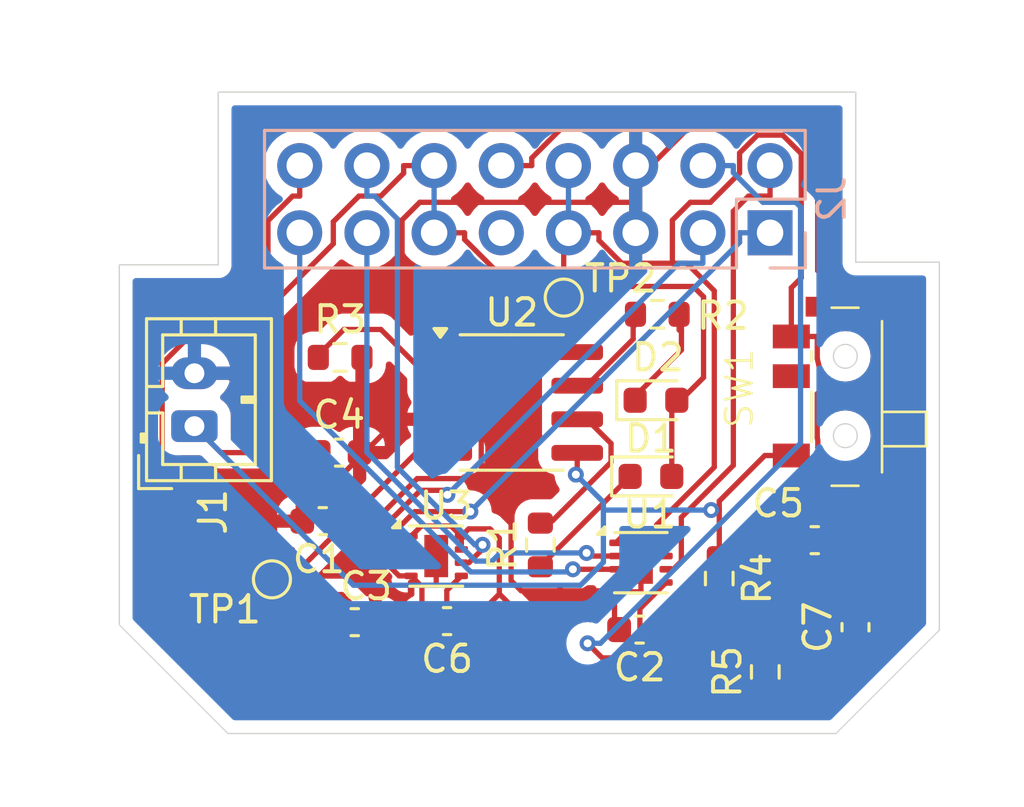
<source format=kicad_pcb>
(kicad_pcb (version 20240108) (generator "pcbnew") (generator_version "8.0")
  (layers (0 "F.Cu" signal) (31 "B.Cu" signal) (34 "B.Paste" user) (35 "F.Paste" user) (36 "B.SilkS" user "B.Silkscreen") (37 "F.SilkS" user "F.Silkscreen") (38 "B.Mask" user) (39 "F.Mask" user) (44 "Edge.Cuts" user))
  (net 0 "")
  (net 1 "+5V")
  (net 2 "GND")
  (net 3 "BATT")
  (net 4 "B+")
  (net 5 "BATT_ADC")
  (net 6 "Net-(D1-K)")
  (net 7 "Net-(D2-K)")
  (net 8 "M2_B")
  (net 9 "M1_PWM1")
  (net 10 "M1_B")
  (net 11 "M1_PWM2")
  (net 12 "M2_PWM3")
  (net 13 "M2_PWM4")
  (net 14 "M1_A")
  (net 16 "M2_A")
  (net 17 "Net-(U2-~{STDBY})")
  (net 18 "Net-(U2-~{CHRG})")
  (net 19 "Net-(U2-PROG)")
  (footprint "Capacitor_SMD:C_0603_1608Metric" (layer "F.Cu") (at 151.83 72.05)
    (property "Reference" "C3" (at 0.43 -1.36 0) (layer "F.SilkS"))
    (property "Value" "100nF")
    (fp_line (start -0.14058 -0.51) (end 0.14058 -0.51) (stroke (width 0.12)) (layer "F.SilkS"))
    (fp_line (start -0.14058 0.51) (end 0.14058 0.51) (stroke (width 0.12)) (layer "F.SilkS"))
    (pad "1" smd roundrect (at -0.775 0) (size 0.9 0.95) (layers "F.Cu" "F.Paste" "F.Mask") (net 3 "BATT"))
    (pad "2" smd roundrect (at 0.775 0) (size 0.9 0.95) (layers "F.Cu" "F.Paste" "F.Mask") (net 2 "GND"))
  )
  (footprint "Resistor_SMD:R_0603_1608Metric" (layer "F.Cu") (at 158.8475 69.13 90)
    (property "Reference" "R1" (at 0 -1.43 90) (layer "F.SilkS"))
    (property "Value" "1k")
    (fp_line (start -0.237258 -0.5225) (end 0.237258 -0.5225) (stroke (width 0.12)) (layer "F.SilkS"))
    (fp_line (start -0.237258 0.5225) (end 0.237258 0.5225) (stroke (width 0.12)) (layer "F.SilkS"))
    (pad "1" smd roundrect (at -0.825 0 90) (size 0.8 0.95) (layers "F.Cu" "F.Paste" "F.Mask") (net 6 "Net-(D1-K)"))
    (pad "2" smd roundrect (at 0.825 0 90) (size 0.8 0.95) (layers "F.Cu" "F.Paste" "F.Mask") (net 17 "Net-(U2-~{STDBY})"))
  )
  (footprint "Capacitor_SMD:C_0603_1608Metric" (layer "F.Cu") (at 162.6 72.33 180)
    (property "Reference" "C2" (at 0 -1.43 180) (layer "F.SilkS"))
    (property "Value" "100nF")
    (fp_line (start -0.14058 0.51) (end 0.14058 0.51) (stroke (width 0.12)) (layer "F.SilkS"))
    (fp_line (start -0.14058 -0.51) (end 0.14058 -0.51) (stroke (width 0.12)) (layer "F.SilkS"))
    (pad "1" smd roundrect (at -0.775 0 180) (size 0.9 0.95) (layers "F.Cu" "F.Paste" "F.Mask") (net 3 "BATT"))
    (pad "2" smd roundrect (at 0.775 0 180) (size 0.9 0.95) (layers "F.Cu" "F.Paste" "F.Mask") (net 2 "GND"))
  )
  (footprint "Resistor_SMD:R_0603_1608Metric" (layer "F.Cu") (at 163.2675 60.41 180)
    (property "Reference" "R2" (at -2.4825 -0.06 180) (layer "F.SilkS"))
    (property "Value" "1k")
    (fp_line (start -0.237258 0.5225) (end 0.237258 0.5225) (stroke (width 0.12)) (layer "F.SilkS"))
    (fp_line (start -0.237258 -0.5225) (end 0.237258 -0.5225) (stroke (width 0.12)) (layer "F.SilkS"))
    (pad "1" smd roundrect (at -0.825 0 180) (size 0.8 0.95) (layers "F.Cu" "F.Paste" "F.Mask") (net 7 "Net-(D2-K)"))
    (pad "2" smd roundrect (at 0.825 0 180) (size 0.8 0.95) (layers "F.Cu" "F.Paste" "F.Mask") (net 18 "Net-(U2-~{CHRG})"))
  )
  (footprint "Capacitor_SMD:C_0603_1608Metric" (layer "F.Cu") (at 155.32 72.01 180)
    (property "Reference" "C6" (at 0 -1.43 180) (layer "F.SilkS"))
    (property "Value" "100nF")
    (fp_line (start -0.14058 0.51) (end 0.14058 0.51) (stroke (width 0.12)) (layer "F.SilkS"))
    (fp_line (start -0.14058 -0.51) (end 0.14058 -0.51) (stroke (width 0.12)) (layer "F.SilkS"))
    (pad "1" smd roundrect (at -0.775 0 180) (size 0.9 0.95) (layers "F.Cu" "F.Paste" "F.Mask") (net 3 "BATT"))
    (pad "2" smd roundrect (at 0.775 0 180) (size 0.9 0.95) (layers "F.Cu" "F.Paste" "F.Mask") (net 2 "GND"))
  )
  (footprint "Capacitor_SMD:C_0603_1608Metric" (layer "F.Cu") (at 150.62 68.23 180)
    (property "Reference" "C1" (at 0.15 -1.44 180) (layer "F.SilkS"))
    (property "Value" "10uF")
    (fp_line (start -0.14058 0.51) (end 0.14058 0.51) (stroke (width 0.12)) (layer "F.SilkS"))
    (fp_line (start -0.14058 -0.51) (end 0.14058 -0.51) (stroke (width 0.12)) (layer "F.SilkS"))
    (pad "1" smd roundrect (at -0.775 0 180) (size 0.9 0.95) (layers "F.Cu" "F.Paste" "F.Mask") (net 1 "+5V"))
    (pad "2" smd roundrect (at 0.775 0 180) (size 0.9 0.95) (layers "F.Cu" "F.Paste" "F.Mask") (net 2 "GND"))
  )
  (footprint "LED_SMD:LED_0603_1608Metric" (layer "F.Cu") (at 163.0275 66.54)
    (property "Reference" "D1" (at 0 -1.43 0) (layer "F.SilkS"))
    (property "Value" "WHITE")
    (fp_line (start -1.485 -0.735) (end -1.485 0.735) (stroke (width 0.12)) (layer "F.SilkS"))
    (fp_line (start -1.485 0.735) (end 0.8 0.735) (stroke (width 0.12)) (layer "F.SilkS"))
    (fp_line (start 0.8 -0.735) (end -1.485 -0.735) (stroke (width 0.12)) (layer "F.SilkS"))
    (pad "1" smd roundrect (at -0.7875 0) (size 0.875 0.95) (layers "F.Cu" "F.Paste" "F.Mask") (net 6 "Net-(D1-K)"))
    (pad "2" smd roundrect (at 0.7875 0) (size 0.875 0.95) (layers "F.Cu" "F.Paste" "F.Mask") (net 1 "+5V"))
  )
  (footprint "Capacitor_SMD:C_0603_1608Metric" (layer "F.Cu") (at 151.24 65.64)
    (property "Reference" "C4" (at 0 -1.43 0) (layer "F.SilkS"))
    (property "Value" "10uF")
    (fp_line (start -0.14058 -0.51) (end 0.14058 -0.51) (stroke (width 0.12)) (layer "F.SilkS"))
    (fp_line (start -0.14058 0.51) (end 0.14058 0.51) (stroke (width 0.12)) (layer "F.SilkS"))
    (pad "1" smd roundrect (at -0.775 0) (size 0.9 0.95) (layers "F.Cu" "F.Paste" "F.Mask") (net 4 "B+"))
    (pad "2" smd roundrect (at 0.775 0) (size 0.9 0.95) (layers "F.Cu" "F.Paste" "F.Mask") (net 2 "GND"))
  )
  (footprint "Package_SON:WSON-8-1EP_2x2mm_P0.5mm_EP0.9x1.6mm" (layer "F.Cu") (at 154.91 69.55)
    (property "Reference" "U3" (at 0.38 -1.9 0) (layer "F.SilkS"))
    (property "Value" "DRV8837")
    (fp_line (start -1.01 -1.14) (end 0.99 -1.14) (stroke (width 0.12)) (layer "F.SilkS"))
    (fp_line (start -1 1.14) (end 1 1.14) (stroke (width 0.12)) (layer "F.SilkS"))
    (fp_poly (pts (xy -1.37 -1.07) (xy -1.65 -1.07) (xy -1.37 -1.35) (xy -1.37 -1.07)) (stroke (width 0.12)) (fill solid) (layer "F.SilkS"))
    (pad "1" smd roundrect (at -0.95 -0.75) (size 0.5 0.25) (layers "F.Cu" "F.Paste" "F.Mask") (net 3 "BATT"))
    (pad "2" smd roundrect (at -0.95 -0.25) (size 0.5 0.25) (layers "F.Cu" "F.Paste" "F.Mask") (net 16 "M2_A"))
    (pad "3" smd roundrect (at -0.95 0.25) (size 0.5 0.25) (layers "F.Cu" "F.Paste" "F.Mask") (net 8 "M2_B"))
    (pad "4" smd roundrect (at -0.95 0.75) (size 0.5 0.25) (layers "F.Cu" "F.Paste" "F.Mask") (net 2 "GND"))
    (pad "5" smd roundrect (at 0.95 0.75) (size 0.5 0.25) (layers "F.Cu" "F.Paste" "F.Mask") (net 13 "M2_PWM4"))
    (pad "6" smd roundrect (at 0.95 0.25) (size 0.5 0.25) (layers "F.Cu" "F.Paste" "F.Mask") (net 12 "M2_PWM3"))
    (pad "7" smd roundrect (at 0.95 -0.25) (size 0.5 0.25) (layers "F.Cu" "F.Paste" "F.Mask") (net 3 "BATT"))
    (pad "8" smd roundrect (at 0.95 -0.75) (size 0.5 0.25) (layers "F.Cu" "F.Paste" "F.Mask") (net 3 "BATT"))
    (pad "9" smd rect (at 0 0) (size 0.9 1.6) (layers "F.Cu" "F.Mask") (net 2 "GND"))
  )
  (footprint "Resistor_SMD:R_0603_1608Metric" (layer "F.Cu") (at 167.35 73.93 90)
    (property "Reference" "R5" (at 0 -1.43 90) (layer "F.SilkS"))
    (property "Value" "51k")
    (fp_line (start -0.237258 -0.5225) (end 0.237258 -0.5225) (stroke (width 0.12)) (layer "F.SilkS"))
    (fp_line (start -0.237258 0.5225) (end 0.237258 0.5225) (stroke (width 0.12)) (layer "F.SilkS"))
    (pad "1" smd roundrect (at -0.825 0 90) (size 0.8 0.95) (layers "F.Cu" "F.Paste" "F.Mask") (net 5 "BATT_ADC"))
    (pad "2" smd roundrect (at 0.825 0 90) (size 0.8 0.95) (layers "F.Cu" "F.Paste" "F.Mask") (net 2 "GND"))
  )
  (footprint "Package_SON:WSON-8-1EP_2x2mm_P0.5mm_EP0.9x1.6mm" (layer "F.Cu") (at 162.65 69.8)
    (property "Reference" "U1" (at 0.32 -1.82 0) (layer "F.SilkS"))
    (property "Value" "DRV8837")
    (fp_line (start -1.01 -1.14) (end 0.99 -1.14) (stroke (width 0.12)) (layer "F.SilkS"))
    (fp_line (start -1 1.14) (end 1 1.14) (stroke (width 0.12)) (layer "F.SilkS"))
    (fp_poly (pts (xy -1.37 -1.07) (xy -1.65 -1.07) (xy -1.37 -1.35) (xy -1.37 -1.07)) (stroke (width 0.12)) (fill solid) (layer "F.SilkS"))
    (pad "1" smd roundrect (at -0.95 -0.75) (size 0.5 0.25) (layers "F.Cu" "F.Paste" "F.Mask") (net 3 "BATT"))
    (pad "2" smd roundrect (at -0.95 -0.25) (size 0.5 0.25) (layers "F.Cu" "F.Paste" "F.Mask") (net 14 "M1_A"))
    (pad "3" smd roundrect (at -0.95 0.25) (size 0.5 0.25) (layers "F.Cu" "F.Paste" "F.Mask") (net 10 "M1_B"))
    (pad "4" smd roundrect (at -0.95 0.75) (size 0.5 0.25) (layers "F.Cu" "F.Paste" "F.Mask") (net 2 "GND"))
    (pad "5" smd roundrect (at 0.95 0.75) (size 0.5 0.25) (layers "F.Cu" "F.Paste" "F.Mask") (net 11 "M1_PWM2"))
    (pad "6" smd roundrect (at 0.95 0.25) (size 0.5 0.25) (layers "F.Cu" "F.Paste" "F.Mask") (net 9 "M1_PWM1"))
    (pad "7" smd roundrect (at 0.95 -0.25) (size 0.5 0.25) (layers "F.Cu" "F.Paste" "F.Mask") (net 3 "BATT"))
    (pad "8" smd roundrect (at 0.95 -0.75) (size 0.5 0.25) (layers "F.Cu" "F.Paste" "F.Mask") (net 3 "BATT"))
    (pad "9" smd rect (at 0 0) (size 0.9 1.6) (layers "F.Cu" "F.Mask") (net 2 "GND"))
  )
  (footprint "SPDT:mySwitch" (layer "F.Cu") (at 163.2538 60.67 90)
    (property "Reference" "SW1" (at -2.535 3.117 90) (layer "F.SilkS") (effects (font (thickness 0.1))))
    (property "Value" "SW_SPDT_312" (hide yes))
    (fp_line (start -1.524 5.842) (end -1.143 5.842) (stroke (width 0.1)) (layer "F.SilkS"))
    (fp_line (start -4.572 5.842) (end -2.667 5.842) (stroke (width 0.1)) (layer "F.SilkS"))
    (fp_line (start 0.508 6.604) (end 0.508 7.62) (stroke (width 0.1)) (layer "F.SilkS"))
    (fp_line (start -6.223 7.62) (end -6.223 6.604) (stroke (width 0.1)) (layer "F.SilkS"))
    (fp_line (start 0 8.509) (end -5.715 8.509) (stroke (width 0.1)) (layer "F.SilkS"))
    (fp_line (start -3.43 10.1725) (end -3.43 8.509) (stroke (width 0.1)) (layer "F.SilkS"))
    (fp_line (start -4.73 10.1725) (end -4.73 8.5725) (stroke (width 0.1)) (layer "F.SilkS"))
    (fp_line (start -4.73 10.1725) (end -3.43 10.1725) (stroke (width 0.1)) (layer "F.SilkS"))
    (fp_circle (center -1.33 7.122) (end -0.88 7.122) (stroke (width 0.05)) (fill none) (layer "Edge.Cuts"))
    (fp_circle (center -4.33 7.122) (end -3.88 7.122) (stroke (width 0.05)) (fill none) (layer "Edge.Cuts"))
    (pad "1" smd rect (at -5.08 5.08 90) (size 0.9 1.4) (layers "F.Cu" "F.Paste" "F.Mask") (net 4 "B+"))
    (pad "2" smd rect (at -2.08 5.08 90) (size 0.9 1.4) (layers "F.Cu" "F.Paste" "F.Mask"))
    (pad "3" smd rect (at -0.58 5.08 90) (size 0.9 1.4) (layers "F.Cu" "F.Paste" "F.Mask") (net 3 "BATT"))
    (pad "4" smd rect (at -6.205 6.047 90) (size 0.75 0.85) (layers "F.Cu" "F.Paste" "F.Mask"))
    (pad "5" smd rect (at -6.205 8.197 90) (size 0.75 0.85) (layers "F.Cu" "F.Paste" "F.Mask"))
    (pad "6" smd rect (at 0.545 6.047 90) (size 0.75 0.85) (layers "F.Cu" "F.Paste" "F.Mask"))
    (pad "7" smd rect (at 0.545 8.172 90) (size 0.75 0.85) (layers "F.Cu" "F.Paste" "F.Mask"))
  )
  (footprint "Capacitor_SMD:C_0603_1608Metric" (layer "F.Cu") (at 170.76 72.24 90)
    (property "Reference" "C7" (at 0 -1.43 90) (layer "F.SilkS"))
    (property "Value" "1nF")
    (fp_line (start -0.14058 -0.51) (end 0.14058 -0.51) (stroke (width 0.12)) (layer "F.SilkS"))
    (fp_line (start -0.14058 0.51) (end 0.14058 0.51) (stroke (width 0.12)) (layer "F.SilkS"))
    (pad "1" smd roundrect (at -0.775 0 90) (size 0.9 0.95) (layers "F.Cu" "F.Paste" "F.Mask") (net 5 "BATT_ADC"))
    (pad "2" smd roundrect (at 0.775 0 90) (size 0.9 0.95) (layers "F.Cu" "F.Paste" "F.Mask") (net 2 "GND"))
  )
  (footprint "Package_SO:SOIC-8-1EP_3.9x4.9mm_P1.27mm_EP2.29x3mm" (layer "F.Cu") (at 157.765 63.745)
    (property "Reference" "U2" (at 0 -3.4 0) (layer "F.SilkS"))
    (property "Value" "TP4056")
    (fp_line (start 0 -2.56) (end -1.95 -2.56) (stroke (width 0.12)) (layer "F.SilkS"))
    (fp_line (start 0 -2.56) (end 1.95 -2.56) (stroke (width 0.12)) (layer "F.SilkS"))
    (fp_line (start 0 2.56) (end -1.95 2.56) (stroke (width 0.12)) (layer "F.SilkS"))
    (fp_line (start 0 2.56) (end 1.95 2.56) (stroke (width 0.12)) (layer "F.SilkS"))
    (fp_poly (pts (xy -2.7 -2.465) (xy -2.94 -2.795) (xy -2.46 -2.795) (xy -2.7 -2.465)) (stroke (width 0.12)) (fill solid) (layer "F.SilkS"))
    (pad "1" smd roundrect (at -2.475 -1.905) (size 1.95 0.6) (layers "F.Cu" "F.Paste" "F.Mask") (net 2 "GND"))
    (pad "2" smd roundrect (at -2.475 -0.635) (size 1.95 0.6) (layers "F.Cu" "F.Paste" "F.Mask") (net 19 "Net-(U2-PROG)"))
    (pad "3" smd roundrect (at -2.475 0.635) (size 1.95 0.6) (layers "F.Cu" "F.Paste" "F.Mask") (net 2 "GND"))
    (pad "4" smd roundrect (at -2.475 1.905) (size 1.95 0.6) (layers "F.Cu" "F.Paste" "F.Mask") (net 1 "+5V"))
    (pad "5" smd roundrect (at 2.475 1.905) (size 1.95 0.6) (layers "F.Cu" "F.Paste" "F.Mask") (net 4 "B+"))
    (pad "6" smd roundrect (at 2.475 0.635) (size 1.95 0.6) (layers "F.Cu" "F.Paste" "F.Mask") (net 17 "Net-(U2-~{STDBY})"))
    (pad "7" smd roundrect (at 2.475 -0.635) (size 1.95 0.6) (layers "F.Cu" "F.Paste" "F.Mask") (net 18 "Net-(U2-~{CHRG})"))
    (pad "8" smd roundrect (at 2.475 -1.905) (size 1.95 0.6) (layers "F.Cu" "F.Paste" "F.Mask") (net 1 "+5V"))
    (pad "9" smd rect (at 0 0) (size 2.29 3) (property pad_prop_heatsink) (layers "F.Cu" "F.Mask") (net 2 "GND"))
  )
  (footprint "TestPoint:TestPoint_Pad_D1.0mm" (layer "F.Cu") (at 148.7 70.43)
    (property "Reference" "TP1" (at -1.78 1.14 0) (layer "F.SilkS"))
    (property "Value" "+5V")
    (fp_circle (center 0 0) (end 0 0.7) (stroke (width 0.12)) (fill none) (layer "F.SilkS"))
    (pad "1" smd circle (at 0 0) (size 1 1) (layers "F.Cu" "F.Mask") (net 1 "+5V"))
  )
  (footprint "Connector_JST:JST_PH_B2B-PH-K_1x02_P2.00mm_Vertical" (layer "F.Cu") (at 145.77 64.64 90)
    (property "Reference" "J1" (at -3.24 0.7 -90) (layer "F.SilkS"))
    (property "Value" "Conn_01x02_Pin" (hide yes))
    (fp_line (start -1.11 -2.11) (end -2.36 -2.11) (stroke (width 0.12)) (layer "F.SilkS"))
    (fp_line (start -2.36 -2.11) (end -2.36 -0.86) (stroke (width 0.12)) (layer "F.SilkS"))
    (fp_line (start -0.3 -2.01) (end -0.6 -2.01) (stroke (width 0.12)) (layer "F.SilkS"))
    (fp_line (start -0.6 -2.01) (end -0.6 -1.81) (stroke (width 0.12)) (layer "F.SilkS"))
    (fp_line (start -0.3 -1.91) (end -0.6 -1.91) (stroke (width 0.12)) (layer "F.SilkS"))
    (fp_line (start 4.06 -1.81) (end -2.06 -1.81) (stroke (width 0.12)) (layer "F.SilkS"))
    (fp_line (start 0.5 -1.81) (end 0.5 -1.2) (stroke (width 0.12)) (layer "F.SilkS"))
    (fp_line (start -0.3 -1.81) (end -0.3 -2.01) (stroke (width 0.12)) (layer "F.SilkS"))
    (fp_line (start -2.06 -1.81) (end -2.06 2.91) (stroke (width 0.12)) (layer "F.SilkS"))
    (fp_line (start 3.45 -1.2) (end 1.5 -1.2) (stroke (width 0.12)) (layer "F.SilkS"))
    (fp_line (start 1.5 -1.2) (end 1.5 -1.81) (stroke (width 0.12)) (layer "F.SilkS"))
    (fp_line (start 0.5 -1.2) (end -1.45 -1.2) (stroke (width 0.12)) (layer "F.SilkS"))
    (fp_line (start -1.45 -1.2) (end -1.45 2.3) (stroke (width 0.12)) (layer "F.SilkS"))
    (fp_line (start 4.06 -0.5) (end 3.45 -0.5) (stroke (width 0.12)) (layer "F.SilkS"))
    (fp_line (start -2.06 -0.5) (end -1.45 -0.5) (stroke (width 0.12)) (layer "F.SilkS"))
    (fp_line (start 4.06 0.8) (end 3.45 0.8) (stroke (width 0.12)) (layer "F.SilkS"))
    (fp_line (start -2.06 0.8) (end -1.45 0.8) (stroke (width 0.12)) (layer "F.SilkS"))
    (fp_line (start 1.1 1.8) (end 1.1 2.3) (stroke (width 0.12)) (layer "F.SilkS"))
    (fp_line (start 0.9 1.8) (end 1.1 1.8) (stroke (width 0.12)) (layer "F.SilkS"))
    (fp_line (start 3.45 2.3) (end 3.45 -1.2) (stroke (width 0.12)) (layer "F.SilkS"))
    (fp_line (start 1 2.3) (end 1 1.8) (stroke (width 0.12)) (layer "F.SilkS"))
    (fp_line (start 0.9 2.3) (end 0.9 1.8) (stroke (width 0.12)) (layer "F.SilkS"))
    (fp_line (start -1.45 2.3) (end 3.45 2.3) (stroke (width 0.12)) (layer "F.SilkS"))
    (fp_line (start 4.06 2.91) (end 4.06 -1.81) (stroke (width 0.12)) (layer "F.SilkS"))
    (fp_line (start -2.06 2.91) (end 4.06 2.91) (stroke (width 0.12)) (layer "F.SilkS"))
    (pad "1" thru_hole roundrect (at 0 0 90) (size 1.2 1.75) (drill 0.75) (layers "*.Cu" "*.Mask") (roundrect_rratio 0.208333) (net 4 "B+"))
    (pad "2" thru_hole oval (at 2 0 90) (size 1.2 1.75) (drill 0.75) (layers "*.Cu" "*.Mask") (net 2 "GND"))
  )
  (footprint "TestPoint:TestPoint_Pad_D1.0mm" (layer "F.Cu") (at 159.73 59.78)
    (property "Reference" "TP2" (at 2.15 -0.72 0) (layer "F.SilkS"))
    (property "Value" "BATT")
    (fp_circle (center 0 0) (end 0 0.7) (stroke (width 0.12)) (fill none) (layer "F.SilkS"))
    (pad "1" smd circle (at 0 0) (size 1 1) (layers "F.Cu" "F.Mask") (net 3 "BATT"))
  )
  (footprint "LED_SMD:LED_0603_1608Metric" (layer "F.Cu") (at 163.2175 63.66)
    (property "Reference" "D2" (at 0.0725 -1.62 0) (layer "F.SilkS"))
    (property "Value" "RED")
    (fp_line (start -1.485 -0.735) (end -1.485 0.735) (stroke (width 0.12)) (layer "F.SilkS"))
    (fp_line (start -1.485 0.735) (end 0.8 0.735) (stroke (width 0.12)) (layer "F.SilkS"))
    (fp_line (start 0.8 -0.735) (end -1.485 -0.735) (stroke (width 0.12)) (layer "F.SilkS"))
    (pad "1" smd roundrect (at -0.7875 0) (size 0.875 0.95) (layers "F.Cu" "F.Paste" "F.Mask") (net 7 "Net-(D2-K)"))
    (pad "2" smd roundrect (at 0.7875 0) (size 0.875 0.95) (layers "F.Cu" "F.Paste" "F.Mask") (net 1 "+5V"))
  )
  (footprint "Capacitor_SMD:C_0603_1608Metric" (layer "F.Cu") (at 169.22 68.95)
    (property "Reference" "C5" (at -1.38 -1.39 0) (layer "F.SilkS"))
    (property "Value" "100nF")
    (fp_line (start -0.14058 -0.51) (end 0.14058 -0.51) (stroke (width 0.12)) (layer "F.SilkS"))
    (fp_line (start -0.14058 0.51) (end 0.14058 0.51) (stroke (width 0.12)) (layer "F.SilkS"))
    (pad "1" smd roundrect (at -0.775 0) (size 0.9 0.95) (layers "F.Cu" "F.Paste" "F.Mask") (net 3 "BATT"))
    (pad "2" smd roundrect (at 0.775 0) (size 0.9 0.95) (layers "F.Cu" "F.Paste" "F.Mask") (net 2 "GND"))
  )
  (footprint "Resistor_SMD:R_0603_1608Metric" (layer "F.Cu") (at 151.2775 62.04)
    (property "Reference" "R3" (at 0 -1.43 0) (layer "F.SilkS"))
    (property "Value" "4k")
    (fp_line (start -0.237258 -0.5225) (end 0.237258 -0.5225) (stroke (width 0.12)) (layer "F.SilkS"))
    (fp_line (start -0.237258 0.5225) (end 0.237258 0.5225) (stroke (width 0.12)) (layer "F.SilkS"))
    (pad "1" smd roundrect (at -0.825 0) (size 0.8 0.95) (layers "F.Cu" "F.Paste" "F.Mask") (net 19 "Net-(U2-PROG)"))
    (pad "2" smd roundrect (at 0.825 0) (size 0.8 0.95) (layers "F.Cu" "F.Paste" "F.Mask") (net 2 "GND"))
  )
  (footprint "Resistor_SMD:R_0603_1608Metric" (layer "F.Cu") (at 165.61 70.4 -90)
    (property "Reference" "R4" (at 0 -1.43 -90) (layer "F.SilkS"))
    (property "Value" "51k")
    (fp_line (start -0.237258 0.5225) (end 0.237258 0.5225) (stroke (width 0.12)) (layer "F.SilkS"))
    (fp_line (start -0.237258 -0.5225) (end 0.237258 -0.5225) (stroke (width 0.12)) (layer "F.SilkS"))
    (pad "1" smd roundrect (at -0.825 0 270) (size 0.8 0.95) (layers "F.Cu" "F.Paste" "F.Mask") (net 4 "B+"))
    (pad "2" smd roundrect (at 0.825 0 270) (size 0.8 0.95) (layers "F.Cu" "F.Paste" "F.Mask") (net 5 "BATT_ADC"))
  )
  (footprint "Connector_PinHeader_2.54mm:PinHeader_2x08_P2.54mm_Vertical" (layer "B.Cu") (at 167.53 57.33 90)
    (property "Reference" "J2" (at 1.27 2.33 -90) (layer "B.SilkS") (effects (justify mirror)))
    (property "Value" "Conn_02x08_Odd_Even" (hide yes))
    (fp_line (start 3.87 -19.11) (end -1.33 -19.11) (stroke (width 0.12)) (layer "B.SilkS"))
    (fp_line (start 3.87 -19.11) (end 3.87 1.33) (stroke (width 0.12)) (layer "B.SilkS"))
    (fp_line (start -1.33 -19.11) (end -1.33 -1.27) (stroke (width 0.12)) (layer "B.SilkS"))
    (fp_line (start 1.27 -1.27) (end -1.33 -1.27) (stroke (width 0.12)) (layer "B.SilkS"))
    (fp_line (start 3.87 1.33) (end 1.27 1.33) (stroke (width 0.12)) (layer "B.SilkS"))
    (fp_line (start 1.27 1.33) (end 1.27 -1.27) (stroke (width 0.12)) (layer "B.SilkS"))
    (fp_line (start 0 1.33) (end -1.33 1.33) (stroke (width 0.12)) (layer "B.SilkS"))
    (fp_line (start -1.33 1.33) (end -1.33 0) (stroke (width 0.12)) (layer "B.SilkS"))
    (pad "1" thru_hole rect (at 0 0 90) (size 1.7 1.7) (drill 1) (layers "*.Cu" "*.Mask") (net 16 "M2_A"))
    (pad "2" thru_hole oval (at 2.54 0 90) (size 1.7 1.7) (drill 1) (layers "*.Cu" "*.Mask") (net 9 "M1_PWM1"))
    (pad "3" thru_hole oval (at 0 -2.54 90) (size 1.7 1.7) (drill 1) (layers "*.Cu" "*.Mask") (net 8 "M2_B"))
    (pad "4" thru_hole oval (at 2.54 -2.54 90) (size 1.7 1.7) (drill 1) (layers "*.Cu" "*.Mask") (net 11 "M1_PWM2"))
    (pad "5" thru_hole oval (at 0 -5.08 90) (size 1.7 1.7) (drill 1) (layers "*.Cu" "*.Mask") (net 2 "GND"))
    (pad "6" thru_hole oval (at 2.54 -5.08 90) (size 1.7 1.7) (drill 1) (layers "*.Cu" "*.Mask") (net 2 "GND"))
    (pad "7" thru_hole oval (at 0 -7.62 90) (size 1.7 1.7) (drill 1) (layers "*.Cu" "*.Mask") (net 3 "BATT"))
    (pad "8" thru_hole oval (at 2.54 -7.62 90) (size 1.7 1.7) (drill 1) (layers "*.Cu" "*.Mask") (net 3 "BATT"))
    (pad "9" thru_hole oval (at 0 -10.16 90) (size 1.7 1.7) (drill 1) (layers "*.Cu" "*.Mask"))
    (pad "10" thru_hole oval (at 2.54 -10.16 90) (size 1.7 1.7) (drill 1) (layers "*.Cu" "*.Mask") (net 5 "BATT_ADC"))
    (pad "11" thru_hole oval (at 0 -12.7 90) (size 1.7 1.7) (drill 1) (layers "*.Cu" "*.Mask") (net 1 "+5V"))
    (pad "12" thru_hole oval (at 2.54 -12.7 90) (size 1.7 1.7) (drill 1) (layers "*.Cu" "*.Mask") (net 1 "+5V"))
    (pad "13" thru_hole oval (at 0 -15.24 90) (size 1.7 1.7) (drill 1) (layers "*.Cu" "*.Mask") (net 14 "M1_A"))
    (pad "14" thru_hole oval (at 2.54 -15.24 90) (size 1.7 1.7) (drill 1) (layers "*.Cu" "*.Mask") (net 12 "M2_PWM3"))
    (pad "15" thru_hole oval (at 0 -17.78 90) (size 1.7 1.7) (drill 1) (layers "*.Cu" "*.Mask") (net 10 "M1_B"))
    (pad "16" thru_hole oval (at 2.54 -17.78 90) (size 1.7 1.7) (drill 1) (layers "*.Cu" "*.Mask") (net 13 "M2_PWM4"))
  )
  (gr_line (start 170.77 58.44) (end 173.93 58.44) (stroke (width 0.05)) (layer "Edge.Cuts"))
  (gr_line (start 173.929951 72.350246) (end 170.020524 76.259673) (stroke (width 0.05)) (layer "Edge.Cuts"))
  (gr_line (start 146.67 52.01) (end 170.77 52.01) (stroke (width 0.05)) (layer "Edge.Cuts"))
  (gr_line (start 147.039639 76.259639) (end 142.93 72.15) (stroke (width 0.05)) (layer "Edge.Cuts"))
  (gr_line (start 142.93 58.54) (end 146.67 58.54) (stroke (width 0.05)) (layer "Edge.Cuts"))
  (gr_line (start 142.93 72.15) (end 142.93 58.54) (stroke (width 0.05)) (layer "Edge.Cuts"))
  (gr_line (start 170.020558 76.259639) (end 147.039639 76.259639) (stroke (width 0.05)) (layer "Edge.Cuts"))
  (gr_line (start 173.93 58.44) (end 173.93 72.36) (stroke (width 0.05)) (layer "Edge.Cuts"))
  (gr_line (start 146.67 58.54) (end 146.67 52.01) (stroke (width 0.05)) (layer "Edge.Cuts"))
  (gr_line (start 170.77 52.01) (end 170.77 58.44) (stroke (width 0.05)) (layer "Edge.Cuts"))
  (segment (start 151.395 68.23) (end 151.4825 68.3175) (width 0.2) (layer "F.Cu") (net 1))
  (segment (start 155.29 65.65) (end 154.15 65.65) (width 0.2) (layer "F.Cu") (net 1))
  (segment (start 147.336 61.43) (end 151.02 57.7458) (width 0.2) (layer "F.Cu") (net 1))
  (segment (start 151.02 56.9116) (end 151.99 55.9417) (width 0.2) (layer "F.Cu") (net 1))
  (segment (start 164.005 63.66) (end 164.08 63.735) (width 0.2) (layer "F.Cu") (net 1))
  (segment (start 151.99 55.9417) (end 152.815 55.9417) (width 0.2) (layer "F.Cu") (net 1))
  (segment (start 155.982 57.5817) (end 155.982 57.33) (width 0.2) (layer "F.Cu") (net 1))
  (segment (start 145.393 61.43) (end 147.336 61.43) (width 0.2) (layer "F.Cu") (net 1))
  (segment (start 151.02 57.7458) (end 151.02 56.9116) (width 0.2) (layer "F.Cu") (net 1))
  (segment (start 149.37 70.43) (end 148.7 70.43) (width 0.2) (layer "F.Cu") (net 1))
  (segment (start 163.815 64) (end 163.815 66.54) (width 0.2) (layer "F.Cu") (net 1))
  (segment (start 144.551 62.2723) (end 145.393 61.43) (width 0.2) (layer "F.Cu") (net 1))
  (segment (start 153.678 54.79) (end 154.83 54.79) (width 0.2) (layer "F.Cu") (net 1))
  (segment (start 161.874 59.3599) (end 164.627 59.3599) (width 0.2) (layer "F.Cu") (net 1))
  (segment (start 165.016 62.7993) (end 164.155 63.66) (width 0.2) (layer "F.Cu") (net 1))
  (segment (start 152.815 55.9417) (end 153.678 55.078) (width 0.2) (layer "F.Cu") (net 1))
  (segment (start 164.627 59.3599) (end 165.016 59.7488) (width 0.2) (layer "F.Cu") (net 1))
  (segment (start 154.15 65.65) (end 151.4825 68.3175) (width 0.2) (layer "F.Cu") (net 1))
  (segment (start 164.08 63.735) (end 163.815 64) (width 0.2) (layer "F.Cu") (net 1))
  (segment (start 148.7 70.43) (end 144.551 66.281) (width 0.2) (layer "F.Cu") (net 1))
  (segment (start 151.4825 68.3175) (end 149.37 70.43) (width 0.2) (layer "F.Cu") (net 1))
  (segment (start 155.982 57.33) (end 154.83 57.33) (width 0.2) (layer "F.Cu") (net 1))
  (segment (start 159.817 61.4172) (end 161.874 59.3599) (width 0.2) (layer "F.Cu") (net 1))
  (segment (start 153.678 55.078) (end 153.678 54.79) (width 0.2) (layer "F.Cu") (net 1))
  (segment (start 160.24 61.84) (end 159.817 61.4172) (width 0.2) (layer "F.Cu") (net 1))
  (segment (start 144.551 66.281) (end 144.551 62.2723) (width 0.2) (layer "F.Cu") (net 1))
  (segment (start 164.155 63.66) (end 164.08 63.735) (width 0.2) (layer "F.Cu") (net 1))
  (segment (start 159.817 61.4172) (end 155.982 57.5817) (width 0.2) (layer "F.Cu") (net 1))
  (segment (start 165.016 59.7488) (end 165.016 62.7993) (width 0.2) (layer "F.Cu") (net 1))
  (segment (start 154.83 54.79) (end 154.83 57.33) (width 0.2) (layer "B.Cu") (net 1))
  (segment (start 156.567 62.7651) (end 156.567 63.7435) (width 0.2) (layer "F.Cu") (net 2))
  (segment (start 152.82 72.01) (end 152.78 72.05) (width 0.2) (layer "F.Cu") (net 2))
  (segment (start 154.37 70.6517) (end 154.91 70.6517) (width 0.2) (layer "F.Cu") (net 2))
  (segment (start 171.134 66.036) (end 170.564 66.036) (width 0.2) (layer "F.Cu") (net 2))
  (segment (start 169.33 58.76) (end 170.17 59.6) (width 0.2) (layer "F.Cu") (net 2))
  (segment (start 162.65 69.8) (end 162.65 70.9017) (width 0.2) (layer "F.Cu") (net 2))
  (segment (start 154.37 70.6517) (end 154.312 70.6517) (width 0.2) (layer "F.Cu") (net 2))
  (segment (start 145.77 62.64) (end 146.947 62.64) (width 0.2) (layer "F.Cu") (net 2))
  (segment (start 162.45 55.3658) (end 162.45 56.1783) (width 0.2) (layer "F.Cu") (net 2))
  (segment (start 154.312 70.6517) (end 153.96 70.3) (width 0.2) (layer "F.Cu") (net 2))
  (segment (start 153.62 56.8463) (end 154.288 56.1783) (width 0.2) (layer "F.Cu") (net 2))
  (segment (start 162.45 54.79) (end 162.45 55.3658) (width 0.2) (layer "F.Cu") (net 2))
  (segment (start 170.635 68.4849) (end 170.17 68.95) (width 0.2) (layer "F.Cu") (net 2))
  (segment (start 161.65 71.3034) (end 162.052 70.9017) (width 0.2) (layer "F.Cu") (net 2))
  (segment (start 169.33 54.3023) (end 169.33 58.76) (width 0.2) (layer "F.Cu") (net 2))
  (segment (start 162.45 55.3658) (end 164.58 53.2359) (width 0.2) (layer "F.Cu") (net 2))
  (segment (start 170.17 68.95) (end 170.17 70.9125) (width 0.2) (layer "F.Cu") (net 2))
  (segment (start 170.564 68.4137) (end 170.635 68.4849) (width 0.2) (layer "F.Cu") (net 2))
  (segment (start 171.437 65.7328) (end 171.134 66.036) (width 0.2) (layer "F.Cu") (net 2))
  (segment (start 170.17 60.6558) (end 170.536 60.6558) (width 0.2) (layer "F.Cu") (net 2))
  (segment (start 155.931 64.38) (end 156.566 63.745) (width 0.2) (layer "F.Cu") (net 2))
  (segment (start 153.507 70.3) (end 153.96 70.3) (width 0.2) (layer "F.Cu") (net 2))
  (segment (start 152.19 63.06) (end 152.19 62.04) (width 0.2) (layer "F.Cu") (net 2))
  (segment (start 155.29 64.38) (end 155.931 64.38) (width 0.2) (layer "F.Cu") (net 2))
  (segment (start 149.67 68.16) (end 153.45 64.38) (width 0.2) (layer "F.Cu") (net 2))
  (segment (start 146.947 62.64) (end 147.367 63.06) (width 0.2) (layer "F.Cu") (net 2))
  (segment (start 168.264 53.2359) (end 169.33 54.3023) (width 0.2) (layer "F.Cu") (net 2))
  (segment (start 156.612 65.0615) (end 155.931 64.38) (width 0.2) (layer "F.Cu") (net 2))
  (segment (start 154.37 72.01) (end 152.82 72.01) (width 0.2) (layer "F.Cu") (net 2))
  (segment (start 170.17 70.9125) (end 169.455 70.9125) (width 0.2) (layer "F.Cu") (net 2))
  (segment (start 154.37 70.6517) (end 154.37 72.01) (width 0.2) (layer "F.Cu") (net 2))
  (segment (start 153.45 64.32) (end 152.19 63.06) (width 0.2) (layer "F.Cu") (net 2))
  (segment (start 156.567 63.7435) (end 156.566 63.745) (width 0.2) (layer "F.Cu") (net 2))
  (segment (start 162.052 70.9017) (end 161.7 70.55) (width 0.2) (layer "F.Cu") (net 2))
  (segment (start 161.385 70.8647) (end 158.125 70.8647) (width 0.2) (layer "F.Cu") (net 2))
  (segment (start 153.62 60.1699) (end 153.62 56.8463) (width 0.2) (layer "F.Cu") (net 2))
  (segment (start 156.612 66.622) (end 154.19 66.622) (width 0.2) (layer "F.Cu") (net 2))
  (segment (start 154.19 66.622) (end 152.599 68.2127) (width 0.2) (layer "F.Cu") (net 2))
  (segment (start 157.765 63.745) (end 156.566 63.745) (width 0.2) (layer "F.Cu") (net 2))
  (segment (start 162.45 57.33) (end 162.45 56.1783) (width 0.2) (layer "F.Cu") (net 2))
  (segment (start 157.74 70.4803) (end 157.74 67.75) (width 0.2) (layer "F.Cu") (net 2))
  (segment (start 155.29 61.84) (end 155.642 61.84) (width 0.2) (layer "F.Cu") (net 2))
  (segment (start 152.599 69.3918) (end 153.507 70.3) (width 0.2) (layer "F.Cu") (net 2))
  (segment (start 170.564 66.036) (end 170.564 68.4137) (width 0.2) (layer "F.Cu") (net 2))
  (segment (start 169.455 70.9125) (end 167.35 73.0175) (width 0.2) (layer "F.Cu") (net 2))
  (segment (start 170.17 59.6) (end 170.17 60.6558) (width 0.2) (layer "F.Cu") (net 2))
  (segment (start 161.65 72.33) (end 161.65 71.3034) (width 0.2) (layer "F.Cu") (net 2))
  (segment (start 149.67 68.23) (end 149.67 68.16) (width 0.2) (layer "F.Cu") (net 2))
  (segment (start 153.45 64.38) (end 153.45 64.32) (width 0.2) (layer "F.Cu") (net 2))
  (segment (start 152.599 68.2127) (end 152.599 69.3918) (width 0.2) (layer "F.Cu") (net 2))
  (segment (start 158.125 70.8647) (end 157.74 70.4803) (width 0.2) (layer "F.Cu") (net 2))
  (segment (start 155.29 61.84) (end 153.62 60.1699) (width 0.2) (layer "F.Cu") (net 2))
  (segment (start 147.367 63.06) (end 152.19 63.06) (width 0.2) (layer "F.Cu") (net 2))
  (segment (start 155.642 61.84) (end 156.567 62.7651) (width 0.2) (layer "F.Cu") (net 2))
  (segment (start 170.76 71.29) (end 170.382 70.9125) (width 0.2) (layer "F.Cu") (net 2))
  (segment (start 157.74 67.75) (end 156.612 66.622) (width 0.2) (layer "F.Cu") (net 2))
  (segment (start 164.58 53.2359) (end 168.264 53.2359) (width 0.2) (layer "F.Cu") (net 2))
  (segment (start 170.536 60.6558) (end 171.437 61.5572) (width 0.2) (layer "F.Cu") (net 2))
  (segment (start 154.91 70.6517) (end 154.91 69.55) (width 0.2) (layer "F.Cu") (net 2))
  (segment (start 161.7 70.55) (end 161.385 70.8647) (width 0.2) (layer "F.Cu") (net 2))
  (segment (start 153.45 64.38) (end 155.29 64.38) (width 0.2) (layer "F.Cu") (net 2))
  (segment (start 154.288 56.1783) (end 162.45 56.1783) (width 0.2) (layer "F.Cu") (net 2))
  (segment (start 170.382 70.9125) (end 170.17 70.9125) (width 0.2) (layer "F.Cu") (net 2))
  (segment (start 162.65 70.9017) (end 162.052 70.9017) (width 0.2) (layer "F.Cu") (net 2))
  (segment (start 156.612 66.622) (end 156.612 65.0615) (width 0.2) (layer "F.Cu") (net 2))
  (segment (start 171.437 61.5572) (end 171.437 65.7328) (width 0.2) (layer "F.Cu") (net 2))
  (segment (start 167.053 53.6383) (end 166.378 54.3129) (width 0.2) (layer "F.Cu") (net 3))
  (segment (start 170.033 66.1531) (end 169.336 65.4555) (width 0.2) (layer "F.Cu") (net 3))
  (segment (start 163.248 68.3638) (end 163.248 68.6983) (width 0.2) (layer "F.Cu") (net 3))
  (segment (start 169.48 62.5534) (end 169.396 62.4083) (width 0.2) (layer "F.Cu") (net 3))
  (segment (start 163.517 72.188) (end 163.375 72.33) (width 0.2) (layer "F.Cu") (net 3))
  (segment (start 162.052 68.6983) (end 161.7 69.05) (width 0.2) (layer "F.Cu") (net 3))
  (segment (start 168.528 68.95) (end 170.033 67.4446) (width 0.2) (layer "F.Cu") (net 3))
  (segment (start 163.838 56.8529) (end 163.838 58.4817) (width 0.2) (layer "F.Cu") (net 3))
  (segment (start 150.88 72.1727) (end 150.88 72.2955) (width 0.2) (layer "F.Cu") (net 3))
  (segment (start 157.298 70.982) (end 158.466 72.1506) (width 0.2) (layer "F.Cu") (net 3))
  (segment (start 156.27 72.01) (end 157.298 70.982) (width 0.2) (layer "F.Cu") (net 3))
  (segment (start 160.486 57.33) (end 159.91 57.33) (width 0.2) (layer "F.Cu") (net 3))
  (segment (start 154.345 68.4152) (end 153.96 68.8) (width 0.2) (layer "F.Cu") (net 3))
  (segment (start 164.381 58.4817) (end 165.422 59.5227) (width 0.2) (layer "F.Cu") (net 3))
  (segment (start 157.296 70.6545) (end 157.296 70.9801) (width 0.2) (layer "F.Cu") (net 3))
  (segment (start 168.709 54.3398) (end 168.007 53.6383) (width 0.2) (layer "F.Cu") (net 3))
  (segment (start 169.314 62.0795) (end 169.314 61.2711) (width 0.2) (layer "F.Cu") (net 3))
  (segment (start 165.422 66.1902) (end 163.248 68.3638) (width 0.2) (layer "F.Cu") (net 3))
  (segment (start 156.27 72.1073) (end 156.1923 72.1073) (width 0.2) (layer "F.Cu") (net 3))
  (segment (start 163.55 71.8293) (end 164.979 70.4) (width 0.2) (layer "F.Cu") (net 3))
  (segment (start 156.1923 72.1073) (end 156.095 72.01) (width 0.2) (layer "F.Cu") (net 3))
  (segment (start 163.6 69.05) (end 163.248 68.6983) (width 0.2) (layer "F.Cu") (net 3))
  (segment (start 162.234 73.8627) (end 163.55 72.5467) (width 0.2) (layer "F.Cu") (net 3))
  (segment (start 158.466 72.1506) (end 158.469 72.1506) (width 0.2) (layer "F.Cu") (net 3))
  (segment (start 169.314 63.4156) (end 169.48 63.25) (width 0.2) (layer "F.Cu") (net 3))
  (segment (start 166.378 55.0741) (end 165.274 56.1783) (width 0.2) (layer "F.Cu") (net 3))
  (segment (start 163.6 69.55) (end 163.6 69.05) (width 0.2) (layer "F.Cu") (net 3))
  (segment (start 163.838 58.4817) (end 161.925 58.4817) (width 0.2) (layer "F.Cu") (net 3))
  (segment (start 168.27 68.95) (end 168.445 68.95) (width 0.2) (layer "F.Cu") (net 3))
  (segment (start 165.422 59.5227) (end 165.422 66.1902) (width 0.2) (layer "F.Cu") (net 3))
  (segment (start 160.181 73.8627) (end 162.234 73.8627) (width 0.2) (layer "F.Cu") (net 3))
  (segment (start 163.55 72.188) (end 163.517 72.188) (width 0.2) (layer "F.Cu") (net 3))
  (segment (start 156.27 72.1073) (end 156.27 72.01) (width 0.2) (layer "F.Cu") (net 3))
  (segment (start 159.73 58.086) (end 159.73 59.78) (width 0.2) (layer "F.Cu") (net 3))
  (segment (start 169.336 65.172) (end 169.314 65.0795) (width 0.2) (layer "F.Cu") (net 3))
  (segment (start 168.8135 61.25) (end 168.334 61.25) (width 0.2) (layer "F.Cu") (net 3))
  (segment (start 163.248 68.6983) (end 162.052 68.6983) (width 0.2) (layer "F.Cu") (net 3))
  (segment (start 166.82 70.4) (end 168.27 68.95) (width 0.2) (layer "F.Cu") (net 3))
  (segment (start 168.709 59.0363) (end 168.709 54.3398) (width 0.2) (layer "F.Cu") (net 3))
  (segment (start 169.293 61.25) (end 168.8135 61.25) (width 0.2) (layer "F.Cu") (net 3))
  (segment (start 155.86 68.8) (end 156.137 68.5232) (width 0.2) (layer "F.Cu") (net 3))
  (segment (start 154.987 73.4875) (end 156.27 72.2047) (width 0.2) (layer "F.Cu") (net 3))
  (segment (start 157.294 68.8733) (end 157.294 70.653) (width 0.2) (layer "F.Cu") (net 3))
  (segment (start 157.296 70.9801) (end 157.298 70.982) (width 0.2) (layer "F.Cu") (net 3))
  (segment (start 168.445 68.95) (end 168.528 68.95) (width 0.2) (layer "F.Cu") (net 3))
  (segment (start 156.27 72.2047) (end 156.27 72.1073) (width 0.2) (layer "F.Cu") (net 3))
  (segment (start 168.007 53.6383) (end 167.053 53.6383) (width 0.2) (layer "F.Cu") (net 3))
  (segment (start 163.838 58.4817) (end 164.381 58.4817) (width 0.2) (layer "F.Cu") (net 3))
  (segment (start 163.55 72.188) (end 163.55 71.8293) (width 0.2) (layer "F.Cu") (net 3))
  (segment (start 155.86 68.8) (end 155.86 69.3) (width 0.2) (layer "F.Cu") (net 3))
  (segment (start 168.334 59.4111) (end 168.709 59.0363) (width 0.2) (layer "F.Cu") (net 3))
  (segment (start 156.944 68.5232) (end 157.294 68.8733) (width 0.2) (layer "F.Cu") (net 3))
  (segment (start 155.475 68.4152) (end 154.345 68.4152) (width 0.2) (layer "F.Cu") (net 3))
  (segment (start 161.925 58.4817) (end 161.062 57.618) (width 0.2) (layer "F.Cu") (net 3))
  (segment (start 163.55 72.5467) (end 163.55 72.188) (width 0.2) (layer "F.Cu") (net 3))
  (segment (start 161.062 57.33) (end 160.486 57.33) (width 0.2) (layer "F.Cu") (net 3))
  (segment (start 169.336 65.4555) (end 169.336 65.172) (width 0.2) (layer "F.Cu") (net 3))
  (segment (start 169.48 63.25) (end 169.48 62.5534) (width 0.2) (layer "F.Cu") (net 3))
  (segment (start 168.8135 61.25) (end 168.3338 61.25) (width 0.2) (layer "F.Cu") (net 3))
  (segment (start 164.513 56.1783) (end 163.838 56.8529) (width 0.2) (layer "F.Cu") (net 3))
  (segment (start 169.314 61.2711) (end 169.293 61.25) (width 0.2) (layer "F.Cu") (net 3))
  (segment (start 150.9323 72.1727) (end 151.055 72.05) (width 0.2) (layer "F.Cu") (net 3))
  (segment (start 169.314 65.0795) (end 169.314 63.4156) (width 0.2) (layer "F.Cu") (net 3))
  (segment (start 170.033 67.4446) (end 170.033 66.1531) (width 0.2) (layer "F.Cu") (net 3))
  (segment (start 169.396 62.4083) (end 169.385 62.3971) (width 0.2) (layer "F.Cu") (net 3))
  (segment (start 158.469 72.1506) (end 160.181 73.8627) (width 0.2) (layer "F.Cu") (net 3))
  (segment (start 150.88 72.05) (end 150.88 72.1727) (width 0.2) (layer "F.Cu") (net 3))
  (segment (start 169.385 62.3971) (end 169.385 62.3889) (width 0.2) (layer "F.Cu") (net 3))
  (segment (start 156.137 68.5232) (end 156.944 68.5232) (width 0.2) (layer "F.Cu") (net 3))
  (segment (start 169.385 62.3889) (end 169.314 62.0795) (width 0.2) (layer "F.Cu") (net 3))
  (segment (start 157.294 70.653) (end 157.296 70.6545) (width 0.2) (layer "F.Cu") (net 3))
  (segment (start 155.86 68.8) (end 155.475 68.4152) (width 0.2) (layer "F.Cu") (net 3))
  (segment (start 168.334 61.25) (end 168.334 59.4111) (width 0.2) (layer "F.Cu") (net 3))
  (segment (start 160.486 57.33) (end 159.73 58.086) (width 0.2) (layer "F.Cu") (net 3))
  (segment (start 150.88 72.1727) (end 150.9323 72.1727) (width 0.2) (layer "F.Cu") (net 3))
  (segment (start 165.274 56.1783) (end 164.513 56.1783) (width 0.2) (layer "F.Cu") (net 3))
  (segment (start 161.062 57.618) (end 161.062 57.33) (width 0.2) (layer "F.Cu") (net 3))
  (segment (start 166.378 54.3129) (end 166.378 55.0741) (width 0.2) (layer "F.Cu") (net 3))
  (segment (start 164.979 70.4) (end 166.82 70.4) (width 0.2) (layer "F.Cu") (net 3))
  (segment (start 152.072 73.4875) (end 154.987 73.4875) (width 0.2) (layer "F.Cu") (net 3))
  (segment (start 150.88 72.2955) (end 152.072 73.4875) (width 0.2) (layer "F.Cu") (net 3))
  (segment (start 159.91 57.33) (end 159.91 54.79) (width 0.2) (layer "B.Cu") (net 3))
  (segment (start 167.332 65.75) (end 168.3338 65.75) (width 0.2) (layer "F.Cu") (net 4))
  (segment (start 168.3338 65.75) (end 168.334 65.75) (width 0.2) (layer "F.Cu") (net 4))
  (segment (start 146.77 65.64) (end 145.77 64.64) (width 0.2) (layer "F.Cu") (net 4))
  (segment (start 160.24 66.42) (end 160.24 65.65) (width 0.2) (layer "F.Cu") (net 4))
  (segment (start 165.303 67.8116) (end 165.61 67.8116) (width 0.2) (layer "F.Cu") (net 4))
  (segment (start 165.61 67.8116) (end 165.61 67.4721) (width 0.2) (layer "F.Cu") (net 4))
  (segment (start 160.188 66.4715) (end 160.24 66.42) (width 0.2) (layer "F.Cu") (net 4))
  (segment (start 165.61 67.4721) (end 167.332 65.75) (width 0.2) (layer "F.Cu") (net 4))
  (segment (start 165.61 69.4875) (end 165.61 69.575) (width 0.2) (layer "F.Cu") (net 4))
  (segment (start 150.29 65.64) (end 150.465 65.64) (width 0.2) (layer "F.Cu") (net 4))
  (segment (start 165.61 69.4875) (end 165.61 67.8116) (width 0.2) (layer "F.Cu") (net 4))
  (segment (start 150.29 65.64) (end 146.77 65.64) (width 0.2) (layer "F.Cu") (net 4))
  (via (at 165.303 67.8116) (size 0.6) (drill 0.3) (layers "F.Cu" "B.Cu") (net 4))
  (via (at 160.188 66.4715) (size 0.6) (drill 0.3) (layers "F.Cu" "B.Cu") (net 4))
  (segment (start 151.783 70.6531) (end 160.362 70.6531) (width 0.2) (layer "B.Cu") (net 4))
  (segment (start 161.23 69.785) (end 161.23 67.8116) (width 0.2) (layer "B.Cu") (net 4))
  (segment (start 161.23 67.8116) (end 165.303 67.8116) (width 0.2) (layer "B.Cu") (net 4))
  (segment (start 161.23 67.5133) (end 160.188 66.4715) (width 0.2) (layer "B.Cu") (net 4))
  (segment (start 160.362 70.6531) (end 161.23 69.785) (width 0.2) (layer "B.Cu") (net 4))
  (segment (start 161.23 67.8116) (end 161.23 67.5133) (width 0.2) (layer "B.Cu") (net 4))
  (segment (start 145.77 64.64) (end 151.783 70.6531) (width 0.2) (layer "B.Cu") (net 4))
  (segment (start 169.002 73.19) (end 167.504 74.6884) (width 0.2) (layer "F.Cu") (net 5))
  (segment (start 157.37 54.79) (end 158.522 54.79) (width 0.2) (layer "F.Cu") (net 5))
  (segment (start 172.236 59.693) (end 172.236 71.7135) (width 0.2) (layer "F.Cu") (net 5))
  (segment (start 169.73 54.11) (end 169.73 58.5943) (width 0.2) (layer "F.Cu") (net 5))
  (segment (start 169.73 58.5943) (end 170.517 59.3816) (width 0.2) (layer "F.Cu") (net 5))
  (segment (start 158.522 54.5021) (end 160.215 52.8087) (width 0.2) (layer "F.Cu") (net 5))
  (segment (start 165.61 72.7943) (end 165.61 71.3125) (width 0.2) (layer "F.Cu") (net 5))
  (segment (start 171.925 59.3816) (end 172.236 59.693) (width 0.2) (layer "F.Cu") (net 5))
  (segment (start 167.504 74.6884) (end 167.3937 74.7987) (width 0.2) (layer "F.Cu") (net 5))
  (segment (start 170.8475 73.1025) (end 170.76 73.19) (width 0.2) (layer "F.Cu") (net 5))
  (segment (start 158.522 54.79) (end 158.522 54.5021) (width 0.2) (layer "F.Cu") (net 5))
  (segment (start 167.3937 74.7987) (end 167.35 74.8425) (width 0.2) (layer "F.Cu") (net 5))
  (segment (start 172.236 71.7135) (end 170.8475 73.1025) (width 0.2) (layer "F.Cu") (net 5))
  (segment (start 160.215 52.8087) (end 168.429 52.8087) (width 0.2) (layer "F.Cu") (net 5))
  (segment (start 170.76 73.19) (end 169.002 73.19) (width 0.2) (layer "F.Cu") (net 5))
  (segment (start 165.61 71.225) (end 165.61 71.3125) (width 0.2) (layer "F.Cu") (net 5))
  (segment (start 170.517 59.3816) (end 171.925 59.3816) (width 0.2) (layer "F.Cu") (net 5))
  (segment (start 168.429 52.8087) (end 169.73 54.11) (width 0.2) (layer "F.Cu") (net 5))
  (segment (start 167.35 74.755) (end 167.3937 74.7987) (width 0.2) (layer "F.Cu") (net 5))
  (segment (start 170.76 73.015) (end 170.8475 73.1025) (width 0.2) (layer "F.Cu") (net 5))
  (segment (start 167.504 74.6884) (end 165.61 72.7943) (width 0.2) (layer "F.Cu") (net 5))
  (segment (start 158.848 69.9875) (end 158.848 70.0425) (width 0.2) (layer "F.Cu") (net 6))
  (segment (start 158.848 69.9875) (end 158.8475 69.987) (width 0.2) (layer "F.Cu") (net 6))
  (segment (start 158.848 69.9325) (end 158.848 69.9875) (width 0.2) (layer "F.Cu") (net 6))
  (segment (start 162.24 66.54) (end 158.848 69.9325) (width 0.2) (layer "F.Cu") (net 6))
  (segment (start 158.8475 69.987) (end 158.8475 69.955) (width 0.2) (layer "F.Cu") (net 6))
  (segment (start 164.18 61.085) (end 164.18 60.41) (width 0.2) (layer "F.Cu") (net 7))
  (segment (start 164.18 61.76) (end 164.18 61.085) (width 0.2) (layer "F.Cu") (net 7))
  (segment (start 162.28 63.66) (end 162.355 63.585) (width 0.2) (layer "F.Cu") (net 7))
  (segment (start 162.43 63.66) (end 162.355 63.585) (width 0.2) (layer "F.Cu") (net 7))
  (segment (start 164.0925 60.9975) (end 164.0925 60.41) (width 0.2) (layer "F.Cu") (net 7))
  (segment (start 162.355 63.585) (end 164.18 61.76) (width 0.2) (layer "F.Cu") (net 7))
  (segment (start 164.18 61.085) (end 164.0925 60.9975) (width 0.2) (layer "F.Cu") (net 7))
  (segment (start 153.625 69.8) (end 153.96 69.8) (width 0.2) (layer "F.Cu") (net 8))
  (segment (start 153.001 69.176) (end 153.625 69.8) (width 0.2) (layer "F.Cu") (net 8))
  (segment (start 155.161 67.065) (end 154.315 67.065) (width 0.2) (layer "F.Cu") (net 8))
  (segment (start 153.001 68.379) (end 153.001 69.176) (width 0.2) (layer "F.Cu") (net 8))
  (segment (start 154.315 67.065) (end 153.001 68.379) (width 0.2) (layer "F.Cu") (net 8))
  (segment (start 155.331 67.2347) (end 155.161 67.065) (width 0.2) (layer "F.Cu") (net 8))
  (via (at 155.331 67.2347) (size 0.6) (drill 0.3) (layers "F.Cu" "B.Cu") (net 8))
  (segment (start 164.99 58.4817) (end 164.084 58.4817) (width 0.2) (layer "B.Cu") (net 8))
  (segment (start 164.084 58.4817) (end 155.331 67.2347) (width 0.2) (layer "B.Cu") (net 8))
  (segment (start 164.99 57.33) (end 164.99 58.4817) (width 0.2) (layer "B.Cu") (net 8))
  (segment (start 164.176 68.0875) (end 166.142 66.1214) (width 0.2) (layer "F.Cu") (net 9))
  (segment (start 166.142 66.1214) (end 166.142 56.5155) (width 0.2) (layer "F.Cu") (net 9))
  (segment (start 167.53 55.9417) (end 167.53 54.79) (width 0.2) (layer "F.Cu") (net 9))
  (segment (start 163.6 70.05) (end 163.875 70.05) (width 0.2) (layer "F.Cu") (net 9))
  (segment (start 164.176 69.7496) (end 164.176 68.0875) (width 0.2) (layer "F.Cu") (net 9))
  (segment (start 166.716 55.9417) (end 167.53 55.9417) (width 0.2) (layer "F.Cu") (net 9))
  (segment (start 166.142 56.5155) (end 166.716 55.9417) (width 0.2) (layer "F.Cu") (net 9))
  (segment (start 163.875 70.05) (end 164.176 69.7496) (width 0.2) (layer "F.Cu") (net 9))
  (segment (start 161.7 70.05) (end 160.076 70.05) (width 0.2) (layer "F.Cu") (net 10))
  (via (at 160.076 70.05) (size 0.6) (drill 0.3) (layers "F.Cu" "B.Cu") (net 10))
  (segment (start 149.75 57.33) (end 149.75 63.684) (width 0.2) (layer "B.Cu") (net 10))
  (segment (start 149.75 63.684) (end 156.216 70.1504) (width 0.2) (layer "B.Cu") (net 10))
  (segment (start 159.976 70.1504) (end 160.076 70.05) (width 0.2) (layer "B.Cu") (net 10))
  (segment (start 156.216 70.1504) (end 159.976 70.1504) (width 0.2) (layer "B.Cu") (net 10))
  (segment (start 161.185 73.4005) (end 160.633 72.8483) (width 0.2) (layer "F.Cu") (net 11))
  (segment (start 163.6 70.55) (end 162.61 71.54) (width 0.2) (layer "F.Cu") (net 11))
  (segment (start 162.61 71.54) (end 162.61 72.9058) (width 0.2) (layer "F.Cu") (net 11))
  (segment (start 162.115 73.4005) (end 161.185 73.4005) (width 0.2) (layer "F.Cu") (net 11))
  (segment (start 162.61 72.9058) (end 162.115 73.4005) (width 0.2) (layer "F.Cu") (net 11))
  (via (at 160.633 72.8483) (size 0.6) (drill 0.3) (layers "F.Cu" "B.Cu") (net 11))
  (segment (start 168.682 65.2835) (end 168.682 56.355) (width 0.2) (layer "B.Cu") (net 11))
  (segment (start 168.682 56.355) (end 168.505 56.1783) (width 0.2) (layer "B.Cu") (net 11))
  (segment (start 166.142 54.79) (end 164.99 54.79) (width 0.2) (layer "B.Cu") (net 11))
  (segment (start 160.633 72.8483) (end 161.117 72.8483) (width 0.2) (layer "B.Cu") (net 11))
  (segment (start 168.505 56.1783) (end 167.262 56.1783) (width 0.2) (layer "B.Cu") (net 11))
  (segment (start 161.117 72.8483) (end 168.682 65.2835) (width 0.2) (layer "B.Cu") (net 11))
  (segment (start 166.142 55.0585) (end 166.142 54.79) (width 0.2) (layer "B.Cu") (net 11))
  (segment (start 167.262 56.1783) (end 166.142 55.0585) (width 0.2) (layer "B.Cu") (net 11))
  (segment (start 155.86 69.8) (end 156.148 69.8) (width 0.2) (layer "F.Cu") (net 12))
  (segment (start 156.662 69.2861) (end 156.662 69.1249) (width 0.2) (layer "F.Cu") (net 12))
  (segment (start 156.148 69.8) (end 156.662 69.2861) (width 0.2) (layer "F.Cu") (net 12))
  (via (at 156.662 69.1249) (size 0.6) (drill 0.3) (layers "F.Cu" "B.Cu") (net 12))
  (segment (start 152.29 55.9417) (end 152.578 55.9417) (width 0.2) (layer "B.Cu") (net 12))
  (segment (start 153.442 66.1964) (end 156.37 69.1249) (width 0.2) (layer "B.Cu") (net 12))
  (segment (start 156.37 69.1249) (end 156.662 69.1249) (width 0.2) (layer "B.Cu") (net 12))
  (segment (start 153.442 56.8054) (end 153.442 66.1964) (width 0.2) (layer "B.Cu") (net 12))
  (segment (start 152.578 55.9417) (end 153.442 56.8054) (width 0.2) (layer "B.Cu") (net 12))
  (segment (start 152.29 54.79) (end 152.29 55.9417) (width 0.2) (layer "B.Cu") (net 12))
  (segment (start 151.344 71.005) (end 149.625 71.005) (width 0.2) (layer "F.Cu") (net 13))
  (segment (start 144.125 62.0474) (end 146.462 59.71) (width 0.2) (layer "F.Cu") (net 13))
  (segment (start 148.55 56.8732) (end 149.482 55.9417) (width 0.2) (layer "F.Cu") (net 13))
  (segment (start 155.31 72.5765) (end 154.802 73.0844) (width 0.2) (layer "F.Cu") (net 13))
  (segment (start 146.462 59.71) (end 148.49 59.71) (width 0.2) (layer "F.Cu") (net 13))
  (segment (start 144.125 66.9986) (end 144.125 62.0474) (width 0.2) (layer "F.Cu") (net 13))
  (segment (start 151.83 72.6465) (end 151.83 71.4911) (width 0.2) (layer "F.Cu") (net 13))
  (segment (start 148.361 71.2343) (end 144.125 66.9986) (width 0.2) (layer "F.Cu") (net 13))
  (segment (start 149.625 71.005) (end 149.396 71.2343) (width 0.2) (layer "F.Cu") (net 13))
  (segment (start 148.49 59.71) (end 148.55 59.6501) (width 0.2) (layer "F.Cu") (net 13))
  (segment (start 155.86 70.3) (end 155.31 70.85) (width 0.2) (layer "F.Cu") (net 13))
  (segment (start 149.396 71.2343) (end 148.361 71.2343) (width 0.2) (layer "F.Cu") (net 13))
  (segment (start 149.482 55.9417) (end 149.75 55.9417) (width 0.2) (layer "F.Cu") (net 13))
  (segment (start 151.83 71.4911) (end 151.344 71.005) (width 0.2) (layer "F.Cu") (net 13))
  (segment (start 155.31 70.85) (end 155.31 72.5765) (width 0.2) (layer "F.Cu") (net 13))
  (segment (start 152.268 73.0844) (end 151.83 72.6465) (width 0.2) (layer "F.Cu") (net 13))
  (segment (start 149.75 55.9417) (end 149.75 54.79) (width 0.2) (layer "F.Cu") (net 13))
  (segment (start 148.55 59.6501) (end 148.55 56.8732) (width 0.2) (layer "F.Cu") (net 13))
  (segment (start 154.802 73.0844) (end 152.268 73.0844) (width 0.2) (layer "F.Cu") (net 13))
  (segment (start 161.7 69.55) (end 160.711 69.55) (width 0.2) (layer "F.Cu") (net 14))
  (segment (start 160.711 69.55) (end 160.593 69.4326) (width 0.2) (layer "F.Cu") (net 14))
  (via (at 160.593 69.4326) (size 0.6) (drill 0.3) (layers "F.Cu" "B.Cu") (net 14))
  (segment (start 152.29 65.6268) (end 156.404 69.7413) (width 0.2) (layer "B.Cu") (net 14))
  (segment (start 152.29 57.33) (end 152.29 65.6268) (width 0.2) (layer "B.Cu") (net 14))
  (segment (start 156.404 69.7413) (end 157.022 69.7413) (width 0.2) (layer "B.Cu") (net 14))
  (segment (start 157.022 69.7413) (end 157.331 69.4326) (width 0.2) (layer "B.Cu") (net 14))
  (segment (start 157.331 69.4326) (end 160.593 69.4326) (width 0.2) (layer "B.Cu") (net 14))
  (segment (start 153.96 69.3) (end 153.694 69.3) (width 0.2) (layer "F.Cu") (net 16))
  (segment (start 153.408 68.5612) (end 154.099 67.8703) (width 0.2) (layer "F.Cu") (net 16))
  (segment (start 153.694 69.3) (end 153.408 69.0136) (width 0.2) (layer "F.Cu") (net 16))
  (segment (start 154.099 67.8703) (end 156.2 67.8703) (width 0.2) (layer "F.Cu") (net 16))
  (segment (start 153.408 69.0136) (end 153.408 68.5612) (width 0.2) (layer "F.Cu") (net 16))
  (via (at 156.2 67.8703) (size 0.6) (drill 0.3) (layers "F.Cu" "B.Cu") (net 16))
  (segment (start 167.53 57.33) (end 166.378 57.33) (width 0.2) (layer "B.Cu") (net 16))
  (segment (start 166.378 57.33) (end 166.378 57.6917) (width 0.2) (layer "B.Cu") (net 16))
  (segment (start 166.378 57.6917) (end 156.2 67.8703) (width 0.2) (layer "B.Cu") (net 16))
  (segment (start 158.935 68.2175) (end 158.8475 68.305) (width 0.2) (layer "F.Cu") (net 17))
  (segment (start 160.604 64.38) (end 160.24 64.38) (width 0.2) (layer "F.Cu") (net 17))
  (segment (start 158.935 68.2175) (end 159.304 68.2175) (width 0.2) (layer "F.Cu") (net 17))
  (segment (start 161.519 65.2952) (end 160.604 64.38) (width 0.2) (layer "F.Cu") (net 17))
  (segment (start 159.304 68.2175) (end 161.519 66.0022) (width 0.2) (layer "F.Cu") (net 17))
  (segment (start 161.519 66.0022) (end 161.519 65.2952) (width 0.2) (layer "F.Cu") (net 17))
  (segment (start 158.848 68.2175) (end 158.935 68.2175) (width 0.2) (layer "F.Cu") (net 17))
  (segment (start 162.355 60.8804) (end 162.355 60.41) (width 0.2) (layer "F.Cu") (net 18))
  (segment (start 162.355 60.8804) (end 162.4425 60.7929) (width 0.2) (layer "F.Cu") (net 18))
  (segment (start 162.4425 60.7929) (end 162.4425 60.41) (width 0.2) (layer "F.Cu") (net 18))
  (segment (start 160.24 63.11) (end 160.596 63.11) (width 0.2) (layer "F.Cu") (net 18))
  (segment (start 160.596 63.11) (end 162.355 61.3509) (width 0.2) (layer "F.Cu") (net 18))
  (segment (start 162.355 61.3509) (end 162.355 60.8804) (width 0.2) (layer "F.Cu") (net 18))
  (segment (start 150.4524 62.04) (end 150.4087 61.9963) (width 0.2) (layer "F.Cu") (net 19))
  (segment (start 154.945 63.11) (end 155.29 63.11) (width 0.2) (layer "F.Cu") (net 19))
  (segment (start 152.82 60.9845) (end 154.945 63.11) (width 0.2) (layer "F.Cu") (net 19))
  (segment (start 150.365 62.04) (end 150.4087 61.9963) (width 0.2) (layer "F.Cu") (net 19))
  (segment (start 151.42 60.9845) (end 152.82 60.9845) (width 0.2) (layer "F.Cu") (net 19))
  (segment (start 150.4525 62.04) (end 150.4524 62.04) (width 0.2) (layer "F.Cu") (net 19))
  (segment (start 150.4087 61.9963) (end 151.42 60.9845) (width 0.2) (layer "F.Cu") (net 19))
  (zone (net 2) (net_name "GND") (layer "F.Cu") (connect_pads (clearance 0.5)) (min_thickness 0.25) (fill yes (thermal_gap 0.5) (thermal_bridge_width 0.5))
    (polygon (pts (xy 177.14 48.66) (xy 177.14 78.88) (xy 176.97 79.05) (xy 138.57 79.05) (xy 138.44 78.92) (xy 138.44 48.66)))
  )
  (zone (net 2) (net_name "GND") (layer "B.Cu") (priority 1) (connect_pads (clearance 0.5)) (min_thickness 0.25) (fill yes (thermal_gap 0.5) (thermal_bridge_width 0.5))
    (polygon (pts (xy 138.42 48.53) (xy 177.14 48.53) (xy 177.14 78.97) (xy 177.07 79.04) (xy 138.47 79.04) (xy 138.42 78.99)))
  )
)
</source>
